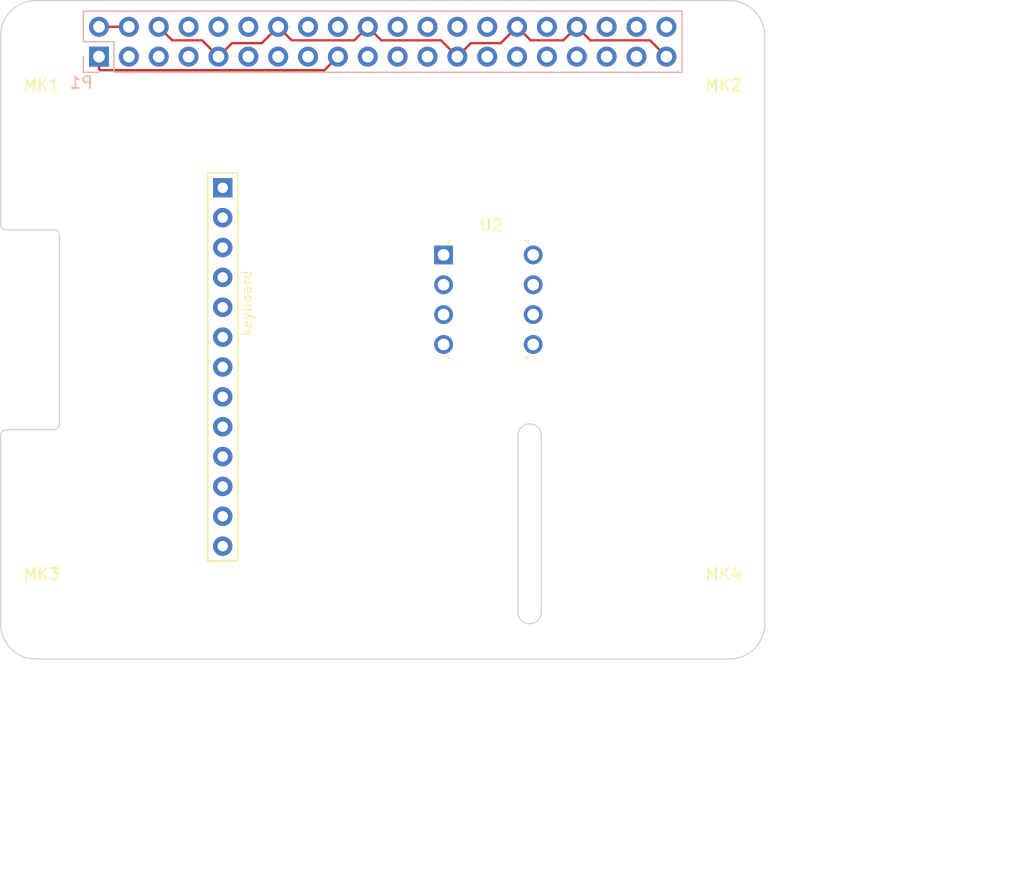
<source format=kicad_pcb>
(kicad_pcb (version 20171130) (host pcbnew 5.0.0-rc2-unknown-6090f90~65~ubuntu16.04.1)

  (general
    (thickness 1.6)
    (drawings 39)
    (tracks 35)
    (zones 0)
    (modules 7)
    (nets 48)
  )

  (page A3)
  (title_block
    (date "15 nov 2012")
  )

  (layers
    (0 F.Cu signal)
    (31 B.Cu signal)
    (32 B.Adhes user)
    (33 F.Adhes user)
    (34 B.Paste user)
    (35 F.Paste user)
    (36 B.SilkS user)
    (37 F.SilkS user)
    (38 B.Mask user)
    (39 F.Mask user)
    (40 Dwgs.User user)
    (41 Cmts.User user)
    (42 Eco1.User user)
    (43 Eco2.User user)
    (44 Edge.Cuts user)
  )

  (setup
    (last_trace_width 0.2)
    (trace_clearance 0.2)
    (zone_clearance 0.508)
    (zone_45_only no)
    (trace_min 0.1524)
    (segment_width 0.1)
    (edge_width 0.1)
    (via_size 0.9)
    (via_drill 0.6)
    (via_min_size 0.8)
    (via_min_drill 0.5)
    (uvia_size 0.5)
    (uvia_drill 0.1)
    (uvias_allowed no)
    (uvia_min_size 0.5)
    (uvia_min_drill 0.1)
    (pcb_text_width 0.3)
    (pcb_text_size 1 1)
    (mod_edge_width 0.15)
    (mod_text_size 1 1)
    (mod_text_width 0.15)
    (pad_size 2.5 2.5)
    (pad_drill 2.5)
    (pad_to_mask_clearance 0)
    (aux_axis_origin 200 150)
    (grid_origin 200 150)
    (visible_elements 7FFFFFFF)
    (pcbplotparams
      (layerselection 0x00030_80000001)
      (usegerberextensions true)
      (usegerberattributes false)
      (usegerberadvancedattributes false)
      (creategerberjobfile false)
      (excludeedgelayer true)
      (linewidth 0.150000)
      (plotframeref false)
      (viasonmask false)
      (mode 1)
      (useauxorigin false)
      (hpglpennumber 1)
      (hpglpenspeed 20)
      (hpglpendiameter 15)
      (psnegative false)
      (psa4output false)
      (plotreference true)
      (plotvalue true)
      (plotinvisibletext false)
      (padsonsilk false)
      (subtractmaskfromsilk false)
      (outputformat 1)
      (mirror false)
      (drillshape 1)
      (scaleselection 1)
      (outputdirectory ""))
  )

  (net 0 "")
  (net 1 +3V3)
  (net 2 +5V)
  (net 3 GND)
  (net 4 /ID_SD)
  (net 5 /ID_SC)
  (net 6 /GPIO5)
  (net 7 /GPIO6)
  (net 8 /GPIO26)
  (net 9 "/GPIO2(SDA1)")
  (net 10 "/GPIO3(SCL1)")
  (net 11 "/GPIO4(GCLK)")
  (net 12 "/GPIO14(TXD0)")
  (net 13 "/GPIO15(RXD0)")
  (net 14 "/GPIO17(GEN0)")
  (net 15 "/GPIO27(GEN2)")
  (net 16 "/GPIO22(GEN3)")
  (net 17 "/GPIO23(GEN4)")
  (net 18 "/GPIO24(GEN5)")
  (net 19 "/GPIO25(GEN6)")
  (net 20 "/GPIO18(GEN1)(PWM0)")
  (net 21 "/GPIO10(SPI0_MOSI)")
  (net 22 "/GPIO9(SPI0_MISO)")
  (net 23 "/GPIO11(SPI0_SCK)")
  (net 24 "/GPIO8(SPI0_CE_N)")
  (net 25 "/GPIO7(SPI1_CE_N)")
  (net 26 "/GPIO12(PWM0)")
  (net 27 "/GPIO13(PWM1)")
  (net 28 "/GPIO19(SPI1_MISO)")
  (net 29 /GPIO16)
  (net 30 "/GPIO20(SPI1_MOSI)")
  (net 31 "/GPIO21(SPI1_SCK)")
  (net 32 "Net-(U1-Pad1)")
  (net 33 "Net-(U1-Pad2)")
  (net 34 "Net-(U1-Pad3)")
  (net 35 "Net-(U1-Pad4)")
  (net 36 "Net-(U1-Pad5)")
  (net 37 "Net-(U1-Pad6)")
  (net 38 "Net-(U1-Pad7)")
  (net 39 "Net-(U1-Pad8)")
  (net 40 "Net-(U1-Pad9)")
  (net 41 "Net-(U1-Pad10)")
  (net 42 "Net-(U1-Pad11)")
  (net 43 "Net-(U1-Pad12)")
  (net 44 "Net-(U2-Pad5)")
  (net 45 "Net-(U2-Pad6)")
  (net 46 "Net-(U2-Pad7)")
  (net 47 "Net-(U2-Pad8)")

  (net_class Default "This is the default net class."
    (clearance 0.2)
    (trace_width 0.2)
    (via_dia 0.9)
    (via_drill 0.6)
    (uvia_dia 0.5)
    (uvia_drill 0.1)
    (add_net +3V3)
    (add_net +5V)
    (add_net "/GPIO10(SPI0_MOSI)")
    (add_net "/GPIO11(SPI0_SCK)")
    (add_net "/GPIO12(PWM0)")
    (add_net "/GPIO13(PWM1)")
    (add_net "/GPIO14(TXD0)")
    (add_net "/GPIO15(RXD0)")
    (add_net /GPIO16)
    (add_net "/GPIO17(GEN0)")
    (add_net "/GPIO18(GEN1)(PWM0)")
    (add_net "/GPIO19(SPI1_MISO)")
    (add_net "/GPIO2(SDA1)")
    (add_net "/GPIO20(SPI1_MOSI)")
    (add_net "/GPIO21(SPI1_SCK)")
    (add_net "/GPIO22(GEN3)")
    (add_net "/GPIO23(GEN4)")
    (add_net "/GPIO24(GEN5)")
    (add_net "/GPIO25(GEN6)")
    (add_net /GPIO26)
    (add_net "/GPIO27(GEN2)")
    (add_net "/GPIO3(SCL1)")
    (add_net "/GPIO4(GCLK)")
    (add_net /GPIO5)
    (add_net /GPIO6)
    (add_net "/GPIO7(SPI1_CE_N)")
    (add_net "/GPIO8(SPI0_CE_N)")
    (add_net "/GPIO9(SPI0_MISO)")
    (add_net /ID_SC)
    (add_net /ID_SD)
    (add_net GND)
    (add_net "Net-(U1-Pad1)")
    (add_net "Net-(U1-Pad10)")
    (add_net "Net-(U1-Pad11)")
    (add_net "Net-(U1-Pad12)")
    (add_net "Net-(U1-Pad2)")
    (add_net "Net-(U1-Pad3)")
    (add_net "Net-(U1-Pad4)")
    (add_net "Net-(U1-Pad5)")
    (add_net "Net-(U1-Pad6)")
    (add_net "Net-(U1-Pad7)")
    (add_net "Net-(U1-Pad8)")
    (add_net "Net-(U1-Pad9)")
    (add_net "Net-(U2-Pad5)")
    (add_net "Net-(U2-Pad6)")
    (add_net "Net-(U2-Pad7)")
    (add_net "Net-(U2-Pad8)")
  )

  (net_class Power ""
    (clearance 0.2)
    (trace_width 0.5)
    (via_dia 1)
    (via_drill 0.7)
    (uvia_dia 0.5)
    (uvia_drill 0.1)
  )

  (module Connector_PinSocket_2.54mm:PinSocket_2x20_P2.54mm_Vertical (layer B.Cu) (tedit 5A19A433) (tstamp 5A793E9F)
    (at 208.37 98.77 270)
    (descr "Through hole straight socket strip, 2x20, 2.54mm pitch, double cols (from Kicad 4.0.7), script generated")
    (tags "Through hole socket strip THT 2x20 2.54mm double row")
    (path /59AD464A)
    (fp_text reference P1 (at 2.208 1.512) (layer B.SilkS)
      (effects (font (size 1 1) (thickness 0.15)) (justify mirror))
    )
    (fp_text value Conn_02x20_Odd_Even (at -1.27 -51.03 270) (layer B.Fab)
      (effects (font (size 1 1) (thickness 0.15)) (justify mirror))
    )
    (fp_line (start -3.81 1.27) (end 0.27 1.27) (layer B.Fab) (width 0.1))
    (fp_line (start 0.27 1.27) (end 1.27 0.27) (layer B.Fab) (width 0.1))
    (fp_line (start 1.27 0.27) (end 1.27 -49.53) (layer B.Fab) (width 0.1))
    (fp_line (start 1.27 -49.53) (end -3.81 -49.53) (layer B.Fab) (width 0.1))
    (fp_line (start -3.81 -49.53) (end -3.81 1.27) (layer B.Fab) (width 0.1))
    (fp_line (start -3.87 1.33) (end -1.27 1.33) (layer B.SilkS) (width 0.12))
    (fp_line (start -3.87 1.33) (end -3.87 -49.59) (layer B.SilkS) (width 0.12))
    (fp_line (start -3.87 -49.59) (end 1.33 -49.59) (layer B.SilkS) (width 0.12))
    (fp_line (start 1.33 -1.27) (end 1.33 -49.59) (layer B.SilkS) (width 0.12))
    (fp_line (start -1.27 -1.27) (end 1.33 -1.27) (layer B.SilkS) (width 0.12))
    (fp_line (start -1.27 1.33) (end -1.27 -1.27) (layer B.SilkS) (width 0.12))
    (fp_line (start 1.33 1.33) (end 1.33 0) (layer B.SilkS) (width 0.12))
    (fp_line (start 0 1.33) (end 1.33 1.33) (layer B.SilkS) (width 0.12))
    (fp_line (start -4.34 1.8) (end 1.76 1.8) (layer B.CrtYd) (width 0.05))
    (fp_line (start 1.76 1.8) (end 1.76 -50) (layer B.CrtYd) (width 0.05))
    (fp_line (start 1.76 -50) (end -4.34 -50) (layer B.CrtYd) (width 0.05))
    (fp_line (start -4.34 -50) (end -4.34 1.8) (layer B.CrtYd) (width 0.05))
    (fp_text user %R (at -1.27 -24.13 180) (layer B.Fab)
      (effects (font (size 1 1) (thickness 0.15)) (justify mirror))
    )
    (pad 1 thru_hole rect (at 0 0 270) (size 1.7 1.7) (drill 1) (layers *.Cu *.Mask)
      (net 1 +3V3))
    (pad 2 thru_hole oval (at -2.54 0 270) (size 1.7 1.7) (drill 1) (layers *.Cu *.Mask)
      (net 2 +5V))
    (pad 3 thru_hole oval (at 0 -2.54 270) (size 1.7 1.7) (drill 1) (layers *.Cu *.Mask)
      (net 9 "/GPIO2(SDA1)"))
    (pad 4 thru_hole oval (at -2.54 -2.54 270) (size 1.7 1.7) (drill 1) (layers *.Cu *.Mask)
      (net 2 +5V))
    (pad 5 thru_hole oval (at 0 -5.08 270) (size 1.7 1.7) (drill 1) (layers *.Cu *.Mask)
      (net 10 "/GPIO3(SCL1)"))
    (pad 6 thru_hole oval (at -2.54 -5.08 270) (size 1.7 1.7) (drill 1) (layers *.Cu *.Mask)
      (net 3 GND))
    (pad 7 thru_hole oval (at 0 -7.62 270) (size 1.7 1.7) (drill 1) (layers *.Cu *.Mask)
      (net 11 "/GPIO4(GCLK)"))
    (pad 8 thru_hole oval (at -2.54 -7.62 270) (size 1.7 1.7) (drill 1) (layers *.Cu *.Mask)
      (net 12 "/GPIO14(TXD0)"))
    (pad 9 thru_hole oval (at 0 -10.16 270) (size 1.7 1.7) (drill 1) (layers *.Cu *.Mask)
      (net 3 GND))
    (pad 10 thru_hole oval (at -2.54 -10.16 270) (size 1.7 1.7) (drill 1) (layers *.Cu *.Mask)
      (net 13 "/GPIO15(RXD0)"))
    (pad 11 thru_hole oval (at 0 -12.7 270) (size 1.7 1.7) (drill 1) (layers *.Cu *.Mask)
      (net 14 "/GPIO17(GEN0)"))
    (pad 12 thru_hole oval (at -2.54 -12.7 270) (size 1.7 1.7) (drill 1) (layers *.Cu *.Mask)
      (net 20 "/GPIO18(GEN1)(PWM0)"))
    (pad 13 thru_hole oval (at 0 -15.24 270) (size 1.7 1.7) (drill 1) (layers *.Cu *.Mask)
      (net 15 "/GPIO27(GEN2)"))
    (pad 14 thru_hole oval (at -2.54 -15.24 270) (size 1.7 1.7) (drill 1) (layers *.Cu *.Mask)
      (net 3 GND))
    (pad 15 thru_hole oval (at 0 -17.78 270) (size 1.7 1.7) (drill 1) (layers *.Cu *.Mask)
      (net 16 "/GPIO22(GEN3)"))
    (pad 16 thru_hole oval (at -2.54 -17.78 270) (size 1.7 1.7) (drill 1) (layers *.Cu *.Mask)
      (net 17 "/GPIO23(GEN4)"))
    (pad 17 thru_hole oval (at 0 -20.32 270) (size 1.7 1.7) (drill 1) (layers *.Cu *.Mask)
      (net 1 +3V3))
    (pad 18 thru_hole oval (at -2.54 -20.32 270) (size 1.7 1.7) (drill 1) (layers *.Cu *.Mask)
      (net 18 "/GPIO24(GEN5)"))
    (pad 19 thru_hole oval (at 0 -22.86 270) (size 1.7 1.7) (drill 1) (layers *.Cu *.Mask)
      (net 21 "/GPIO10(SPI0_MOSI)"))
    (pad 20 thru_hole oval (at -2.54 -22.86 270) (size 1.7 1.7) (drill 1) (layers *.Cu *.Mask)
      (net 3 GND))
    (pad 21 thru_hole oval (at 0 -25.4 270) (size 1.7 1.7) (drill 1) (layers *.Cu *.Mask)
      (net 22 "/GPIO9(SPI0_MISO)"))
    (pad 22 thru_hole oval (at -2.54 -25.4 270) (size 1.7 1.7) (drill 1) (layers *.Cu *.Mask)
      (net 19 "/GPIO25(GEN6)"))
    (pad 23 thru_hole oval (at 0 -27.94 270) (size 1.7 1.7) (drill 1) (layers *.Cu *.Mask)
      (net 23 "/GPIO11(SPI0_SCK)"))
    (pad 24 thru_hole oval (at -2.54 -27.94 270) (size 1.7 1.7) (drill 1) (layers *.Cu *.Mask)
      (net 24 "/GPIO8(SPI0_CE_N)"))
    (pad 25 thru_hole oval (at 0 -30.48 270) (size 1.7 1.7) (drill 1) (layers *.Cu *.Mask)
      (net 3 GND))
    (pad 26 thru_hole oval (at -2.54 -30.48 270) (size 1.7 1.7) (drill 1) (layers *.Cu *.Mask)
      (net 25 "/GPIO7(SPI1_CE_N)"))
    (pad 27 thru_hole oval (at 0 -33.02 270) (size 1.7 1.7) (drill 1) (layers *.Cu *.Mask)
      (net 4 /ID_SD))
    (pad 28 thru_hole oval (at -2.54 -33.02 270) (size 1.7 1.7) (drill 1) (layers *.Cu *.Mask)
      (net 5 /ID_SC))
    (pad 29 thru_hole oval (at 0 -35.56 270) (size 1.7 1.7) (drill 1) (layers *.Cu *.Mask)
      (net 6 /GPIO5))
    (pad 30 thru_hole oval (at -2.54 -35.56 270) (size 1.7 1.7) (drill 1) (layers *.Cu *.Mask)
      (net 3 GND))
    (pad 31 thru_hole oval (at 0 -38.1 270) (size 1.7 1.7) (drill 1) (layers *.Cu *.Mask)
      (net 7 /GPIO6))
    (pad 32 thru_hole oval (at -2.54 -38.1 270) (size 1.7 1.7) (drill 1) (layers *.Cu *.Mask)
      (net 26 "/GPIO12(PWM0)"))
    (pad 33 thru_hole oval (at 0 -40.64 270) (size 1.7 1.7) (drill 1) (layers *.Cu *.Mask)
      (net 27 "/GPIO13(PWM1)"))
    (pad 34 thru_hole oval (at -2.54 -40.64 270) (size 1.7 1.7) (drill 1) (layers *.Cu *.Mask)
      (net 3 GND))
    (pad 35 thru_hole oval (at 0 -43.18 270) (size 1.7 1.7) (drill 1) (layers *.Cu *.Mask)
      (net 28 "/GPIO19(SPI1_MISO)"))
    (pad 36 thru_hole oval (at -2.54 -43.18 270) (size 1.7 1.7) (drill 1) (layers *.Cu *.Mask)
      (net 29 /GPIO16))
    (pad 37 thru_hole oval (at 0 -45.72 270) (size 1.7 1.7) (drill 1) (layers *.Cu *.Mask)
      (net 8 /GPIO26))
    (pad 38 thru_hole oval (at -2.54 -45.72 270) (size 1.7 1.7) (drill 1) (layers *.Cu *.Mask)
      (net 30 "/GPIO20(SPI1_MOSI)"))
    (pad 39 thru_hole oval (at 0 -48.26 270) (size 1.7 1.7) (drill 1) (layers *.Cu *.Mask)
      (net 3 GND))
    (pad 40 thru_hole oval (at -2.54 -48.26 270) (size 1.7 1.7) (drill 1) (layers *.Cu *.Mask)
      (net 31 "/GPIO21(SPI1_SCK)"))
    (model ${KISYS3DMOD}/Connector_PinSocket_2.54mm.3dshapes/PinSocket_2x20_P2.54mm_Vertical.wrl
      (at (xyz 0 0 0))
      (scale (xyz 1 1 1))
      (rotate (xyz 0 0 0))
    )
  )

  (module MountingHole:MountingHole_2.7mm_M2.5 (layer F.Cu) (tedit 56D1B4CB) (tstamp 5A793E98)
    (at 261.5 146.5)
    (descr "Mounting Hole 2.7mm, no annular, M2.5")
    (tags "mounting hole 2.7mm no annular m2.5")
    (path /5834FC4F)
    (attr virtual)
    (fp_text reference MK4 (at 0 -3.7) (layer F.SilkS)
      (effects (font (size 1 1) (thickness 0.15)))
    )
    (fp_text value M2.5 (at 0 3.7) (layer F.Fab)
      (effects (font (size 1 1) (thickness 0.15)))
    )
    (fp_circle (center 0 0) (end 2.95 0) (layer F.CrtYd) (width 0.05))
    (fp_circle (center 0 0) (end 2.7 0) (layer Cmts.User) (width 0.15))
    (fp_text user %R (at 0.3 0) (layer F.Fab)
      (effects (font (size 1 1) (thickness 0.15)))
    )
    (pad 1 np_thru_hole circle (at 0 0) (size 2.7 2.7) (drill 2.7) (layers *.Cu *.Mask))
  )

  (module MountingHole:MountingHole_2.7mm_M2.5 (layer F.Cu) (tedit 56D1B4CB) (tstamp 5A793E91)
    (at 203.5 146.5)
    (descr "Mounting Hole 2.7mm, no annular, M2.5")
    (tags "mounting hole 2.7mm no annular m2.5")
    (path /5834FBEF)
    (attr virtual)
    (fp_text reference MK3 (at 0 -3.7) (layer F.SilkS)
      (effects (font (size 1 1) (thickness 0.15)))
    )
    (fp_text value M2.5 (at 0 3.7) (layer F.Fab)
      (effects (font (size 1 1) (thickness 0.15)))
    )
    (fp_text user %R (at 0.3 0) (layer F.Fab)
      (effects (font (size 1 1) (thickness 0.15)))
    )
    (fp_circle (center 0 0) (end 2.7 0) (layer Cmts.User) (width 0.15))
    (fp_circle (center 0 0) (end 2.95 0) (layer F.CrtYd) (width 0.05))
    (pad 1 np_thru_hole circle (at 0 0) (size 2.7 2.7) (drill 2.7) (layers *.Cu *.Mask))
  )

  (module MountingHole:MountingHole_2.7mm_M2.5 (layer F.Cu) (tedit 56D1B4CB) (tstamp 5A793E8A)
    (at 261.5 97.5 180)
    (descr "Mounting Hole 2.7mm, no annular, M2.5")
    (tags "mounting hole 2.7mm no annular m2.5")
    (path /5834FC19)
    (attr virtual)
    (fp_text reference MK2 (at 0 -3.7 180) (layer F.SilkS)
      (effects (font (size 1 1) (thickness 0.15)))
    )
    (fp_text value M2.5 (at 0 3.7 180) (layer F.Fab)
      (effects (font (size 1 1) (thickness 0.15)))
    )
    (fp_circle (center 0 0) (end 2.95 0) (layer F.CrtYd) (width 0.05))
    (fp_circle (center 0 0) (end 2.7 0) (layer Cmts.User) (width 0.15))
    (fp_text user %R (at 0.3 0 180) (layer F.Fab)
      (effects (font (size 1 1) (thickness 0.15)))
    )
    (pad 1 np_thru_hole circle (at 0 0 180) (size 2.7 2.7) (drill 2.7) (layers *.Cu *.Mask))
  )

  (module MountingHole:MountingHole_2.7mm_M2.5 (layer F.Cu) (tedit 56D1B4CB) (tstamp 5A793E83)
    (at 203.5 97.5 180)
    (descr "Mounting Hole 2.7mm, no annular, M2.5")
    (tags "mounting hole 2.7mm no annular m2.5")
    (path /5834FB2E)
    (attr virtual)
    (fp_text reference MK1 (at 0 -3.7 180) (layer F.SilkS)
      (effects (font (size 1 1) (thickness 0.15)))
    )
    (fp_text value M2.5 (at 0 3.7 180) (layer F.Fab)
      (effects (font (size 1 1) (thickness 0.15)))
    )
    (fp_text user %R (at 0.3 0 180) (layer F.Fab)
      (effects (font (size 1 1) (thickness 0.15)))
    )
    (fp_circle (center 0 0) (end 2.7 0) (layer Cmts.User) (width 0.15))
    (fp_circle (center 0 0) (end 2.95 0) (layer F.CrtYd) (width 0.05))
    (pad 1 np_thru_hole circle (at 0 0 180) (size 2.7 2.7) (drill 2.7) (layers *.Cu *.Mask))
  )

  (module Seeed-OPL-Connector:H13-2.54 (layer F.Cu) (tedit 0) (tstamp 5B0BD533)
    (at 218.893501 125.163501)
    (path /5B0830E9)
    (fp_text reference U1 (at 0.635 -6.35 90) (layer F.Mask)
      (effects (font (size 1.2065 1.2065) (thickness 0.127)) (justify left bottom))
    )
    (fp_text value keyboard (at 2.54 -2.54 90) (layer F.SilkS)
      (effects (font (size 0.84455 0.84455) (thickness 0.09779)) (justify left bottom))
    )
    (fp_line (start -1.27 -16.51) (end 1.27 -16.51) (layer F.SilkS) (width 0.127))
    (fp_line (start 1.27 -16.51) (end 1.27 16.51) (layer F.SilkS) (width 0.127))
    (fp_line (start 1.27 16.51) (end -1.27 16.51) (layer F.SilkS) (width 0.127))
    (fp_line (start -1.27 16.51) (end -1.27 -16.51) (layer F.SilkS) (width 0.127))
    (fp_line (start -1.27 -16.51) (end 1.27 -16.51) (layer Dwgs.User) (width 0))
    (fp_line (start 1.27 -16.51) (end 1.27 16.51) (layer Dwgs.User) (width 0))
    (fp_line (start 1.27 16.51) (end -1.27 16.51) (layer Dwgs.User) (width 0))
    (fp_line (start -1.27 16.51) (end -1.27 -16.51) (layer Dwgs.User) (width 0))
    (fp_poly (pts (xy -1.27 16.51) (xy 1.27 16.51) (xy 1.27 -16.51) (xy -1.27 -16.51)) (layer Dwgs.User) (width 0))
    (pad 1 thru_hole rect (at 0 -15.24) (size 1.651 1.651) (drill 0.889) (layers *.Cu *.Mask)
      (net 32 "Net-(U1-Pad1)") (solder_mask_margin 0.1016))
    (pad 2 thru_hole circle (at 0 -12.7) (size 1.651 1.651) (drill 0.889) (layers *.Cu *.Mask)
      (net 33 "Net-(U1-Pad2)") (solder_mask_margin 0.1016))
    (pad 3 thru_hole circle (at 0 -10.16) (size 1.651 1.651) (drill 0.889) (layers *.Cu *.Mask)
      (net 34 "Net-(U1-Pad3)") (solder_mask_margin 0.1016))
    (pad 4 thru_hole circle (at 0 -7.62) (size 1.651 1.651) (drill 0.889) (layers *.Cu *.Mask)
      (net 35 "Net-(U1-Pad4)") (solder_mask_margin 0.1016))
    (pad 5 thru_hole circle (at 0 -5.08) (size 1.651 1.651) (drill 0.889) (layers *.Cu *.Mask)
      (net 36 "Net-(U1-Pad5)") (solder_mask_margin 0.1016))
    (pad 6 thru_hole circle (at 0 -2.54) (size 1.651 1.651) (drill 0.889) (layers *.Cu *.Mask)
      (net 37 "Net-(U1-Pad6)") (solder_mask_margin 0.1016))
    (pad 7 thru_hole circle (at 0 0) (size 1.651 1.651) (drill 0.889) (layers *.Cu *.Mask)
      (net 38 "Net-(U1-Pad7)") (solder_mask_margin 0.1016))
    (pad 8 thru_hole circle (at 0 2.54) (size 1.651 1.651) (drill 0.889) (layers *.Cu *.Mask)
      (net 39 "Net-(U1-Pad8)") (solder_mask_margin 0.1016))
    (pad 9 thru_hole circle (at 0 5.08) (size 1.651 1.651) (drill 0.889) (layers *.Cu *.Mask)
      (net 40 "Net-(U1-Pad9)") (solder_mask_margin 0.1016))
    (pad 10 thru_hole circle (at 0 7.62) (size 1.651 1.651) (drill 0.889) (layers *.Cu *.Mask)
      (net 41 "Net-(U1-Pad10)") (solder_mask_margin 0.1016))
    (pad 11 thru_hole circle (at 0 10.16) (size 1.651 1.651) (drill 0.889) (layers *.Cu *.Mask)
      (net 42 "Net-(U1-Pad11)") (solder_mask_margin 0.1016))
    (pad 12 thru_hole circle (at 0 12.7) (size 1.651 1.651) (drill 0.889) (layers *.Cu *.Mask)
      (net 43 "Net-(U1-Pad12)") (solder_mask_margin 0.1016))
    (pad 13 thru_hole circle (at 0 15.24) (size 1.651 1.651) (drill 0.889) (layers *.Cu *.Mask)
      (net 3 GND) (solder_mask_margin 0.1016))
  )

  (module digikey-footprints:8-DIP (layer F.Cu) (tedit 59930689) (tstamp 5B0BD550)
    (at 237.68 115.63)
    (descr http://media.digikey.com/pdf/Data%20Sheets/Lite-On%20PDFs/6N137%20Series.pdf)
    (path /5B083007)
    (fp_text reference U2 (at 4.05 -2.52) (layer F.SilkS)
      (effects (font (size 1 1) (thickness 0.15)))
    )
    (fp_text value audio (at 3.94 10.33) (layer F.Fab)
      (effects (font (size 1 1) (thickness 0.15)))
    )
    (fp_line (start -1.05 8.89) (end 8.67 8.89) (layer F.CrtYd) (width 0.1))
    (fp_line (start -1.05 -1.29) (end -1.05 8.89) (layer F.CrtYd) (width 0.1))
    (fp_line (start 8.67 -1.29) (end 8.67 8.89) (layer F.CrtYd) (width 0.1))
    (fp_line (start -1.05 -1.29) (end 8.67 -1.29) (layer F.CrtYd) (width 0.1))
    (fp_line (start 0.4 -0.9) (end 0.4 -1.2) (layer F.SilkS) (width 0.1))
    (fp_line (start 0.4 -1.2) (end 0.7 -1.2) (layer F.SilkS) (width 0.1))
    (fp_line (start 7.2 -0.9) (end 7.2 -1.2) (layer F.SilkS) (width 0.1))
    (fp_line (start 7.2 -1.2) (end 6.9 -1.2) (layer F.SilkS) (width 0.1))
    (fp_line (start 7.2 8.5) (end 7.2 8.8) (layer F.SilkS) (width 0.1))
    (fp_line (start 7.2 8.8) (end 6.9 8.8) (layer F.SilkS) (width 0.1))
    (fp_line (start 0.4 8.5) (end 0.4 8.8) (layer F.SilkS) (width 0.1))
    (fp_line (start 0.4 8.8) (end 0.7 8.8) (layer F.SilkS) (width 0.1))
    (fp_line (start 0.55 8.64) (end 7.05 8.64) (layer F.Fab) (width 0.1))
    (fp_line (start 0.55 -1.04) (end 7.05 -1.04) (layer F.Fab) (width 0.1))
    (fp_line (start 7.05 -1.04) (end 7.05 8.64) (layer F.Fab) (width 0.1))
    (fp_line (start 0.55 -1.04) (end 0.55 8.64) (layer F.Fab) (width 0.1))
    (fp_text user REF** (at 3.94 3.49) (layer F.Fab)
      (effects (font (size 1 1) (thickness 0.1)))
    )
    (pad 1 thru_hole rect (at 0 0) (size 1.6 1.6) (drill 1) (layers *.Cu *.Mask)
      (net 27 "/GPIO13(PWM1)"))
    (pad 2 thru_hole circle (at 0 2.54) (size 1.6 1.6) (drill 1) (layers *.Cu *.Mask)
      (net 2 +5V))
    (pad 3 thru_hole circle (at 0 5.08) (size 1.6 1.6) (drill 1) (layers *.Cu *.Mask)
      (net 3 GND))
    (pad 4 thru_hole circle (at 0 7.62) (size 1.6 1.6) (drill 1) (layers *.Cu *.Mask)
      (net 20 "/GPIO18(GEN1)(PWM0)"))
    (pad 5 thru_hole circle (at 7.62 7.62) (size 1.6 1.6) (drill 1) (layers *.Cu *.Mask)
      (net 44 "Net-(U2-Pad5)"))
    (pad 6 thru_hole circle (at 7.62 5.08) (size 1.6 1.6) (drill 1) (layers *.Cu *.Mask)
      (net 45 "Net-(U2-Pad6)"))
    (pad 7 thru_hole circle (at 7.62 2.54) (size 1.6 1.6) (drill 1) (layers *.Cu *.Mask)
      (net 46 "Net-(U2-Pad7)"))
    (pad 8 thru_hole circle (at 7.62 0) (size 1.6 1.6) (drill 1) (layers *.Cu *.Mask)
      (net 47 "Net-(U2-Pad8)"))
  )

  (gr_line (start 244 146) (end 244 131) (layer Edge.Cuts) (width 0.1))
  (gr_line (start 246 131) (end 246 146) (layer Edge.Cuts) (width 0.1))
  (gr_arc (start 245 131) (end 244 131) (angle 180) (layer Edge.Cuts) (width 0.1))
  (gr_arc (start 245 146) (end 246 146) (angle 180) (layer Edge.Cuts) (width 0.1))
  (gr_arc (start 200.5 131) (end 200 131) (angle 89.9) (layer Edge.Cuts) (width 0.1))
  (gr_arc (start 204.5 130) (end 205 130) (angle 90) (layer Edge.Cuts) (width 0.1))
  (gr_arc (start 200.5 113) (end 200.5 113.5) (angle 90) (layer Edge.Cuts) (width 0.1))
  (gr_arc (start 204.5 114) (end 204.5 113.5) (angle 90) (layer Edge.Cuts) (width 0.1))
  (gr_line (start 200 113) (end 200 131) (layer Dwgs.User) (width 0.1))
  (gr_line (start 200 97) (end 200 113) (layer Edge.Cuts) (width 0.1))
  (gr_text DISPLAY (at 202.5 122 90) (layer Dwgs.User) (tstamp 580CBBFF)
    (effects (font (size 1 1) (thickness 0.15)))
  )
  (gr_text CAMERA (at 245 139 90) (layer Dwgs.User)
    (effects (font (size 1 1) (thickness 0.15)))
  )
  (gr_text RJ45 (at 276.2 139.84) (layer Dwgs.User) (tstamp 580CBBEB)
    (effects (font (size 2 2) (thickness 0.15)))
  )
  (gr_text USB (at 277.724 121.552) (layer Dwgs.User) (tstamp 580CBBE9)
    (effects (font (size 2 2) (thickness 0.15)))
  )
  (gr_text USB (at 278.232 102.248) (layer Dwgs.User)
    (effects (font (size 2 2) (thickness 0.15)))
  )
  (gr_arc (start 262 97) (end 262 94) (angle 90) (layer Edge.Cuts) (width 0.1))
  (gr_arc (start 262 147) (end 265 147) (angle 90) (layer Edge.Cuts) (width 0.1))
  (gr_arc (start 203 147) (end 203 150) (angle 90) (layer Edge.Cuts) (width 0.1))
  (gr_arc (start 203 97) (end 200 97) (angle 90) (layer Edge.Cuts) (width 0.1))
  (gr_line (start 269.9 114.45) (end 287 114.45) (layer Dwgs.User) (width 0.1))
  (gr_line (start 262 94) (end 203 94) (layer Edge.Cuts) (width 0.1))
  (gr_line (start 269.9 127.55) (end 269.9 114.45) (layer Dwgs.User) (width 0.1))
  (gr_line (start 287 127.55) (end 269.9 127.55) (layer Dwgs.User) (width 0.1))
  (gr_line (start 287 114.45) (end 287 127.55) (layer Dwgs.User) (width 0.1))
  (gr_line (start 204.5 130.5) (end 200.5 130.5) (layer Edge.Cuts) (width 0.1))
  (gr_line (start 205 114) (end 205 130) (layer Edge.Cuts) (width 0.1))
  (gr_line (start 200.5 113.5) (end 204.5 113.5) (layer Edge.Cuts) (width 0.1))
  (gr_line (start 266 147.675) (end 266 131.825) (layer Dwgs.User) (width 0.1))
  (gr_line (start 287 147.675) (end 266 147.675) (layer Dwgs.User) (width 0.1))
  (gr_line (start 287 131.825) (end 287 147.675) (layer Dwgs.User) (width 0.1))
  (gr_line (start 266 131.825) (end 287 131.825) (layer Dwgs.User) (width 0.1))
  (gr_line (start 265 147) (end 265 97) (layer Edge.Cuts) (width 0.1))
  (gr_line (start 203 150) (end 262 150) (layer Edge.Cuts) (width 0.1))
  (gr_line (start 200 131) (end 200 147) (layer Edge.Cuts) (width 0.1))
  (gr_line (start 269.9 109.455925) (end 269.9 96.355925) (layer Dwgs.User) (width 0.1))
  (gr_line (start 287 109.455925) (end 269.9 109.455925) (layer Dwgs.User) (width 0.1))
  (gr_line (start 287 96.355925) (end 287 109.455925) (layer Dwgs.User) (width 0.1))
  (gr_line (start 269.9 96.355925) (end 287 96.355925) (layer Dwgs.User) (width 0.1))
  (gr_text "RASPBERRY-PI 40-PIN ADDON BOARD\nVIEW FROM TOP\nNOTE: P1 SHOULD BE FITTED ON THE REVERSE OF THE BOARD\n\nADD EDGE CUTS FROM CAMERA AND DISPLAY PORTS AS REQUIRED" (at 200 160.16) (layer Dwgs.User)
    (effects (font (size 2 1.7) (thickness 0.12)) (justify left))
  )

  (segment (start 227.539999 99.920001) (end 227.840001 99.619999) (width 0.2) (layer F.Cu) (net 1))
  (segment (start 227.840001 99.619999) (end 228.69 98.77) (width 0.2) (layer F.Cu) (net 1))
  (segment (start 208.470001 99.920001) (end 227.539999 99.920001) (width 0.2) (layer F.Cu) (net 1))
  (segment (start 208.37 99.82) (end 208.470001 99.920001) (width 0.2) (layer F.Cu) (net 1))
  (segment (start 208.37 98.77) (end 208.37 99.82) (width 0.2) (layer F.Cu) (net 1))
  (segment (start 209.572081 96.23) (end 210.91 96.23) (width 0.2) (layer F.Cu) (net 2))
  (segment (start 208.37 96.23) (end 209.572081 96.23) (width 0.2) (layer F.Cu) (net 2))
  (segment (start 217.680001 97.920001) (end 218.53 98.77) (width 0.2) (layer F.Cu) (net 3))
  (segment (start 217.140001 97.380001) (end 217.680001 97.920001) (width 0.2) (layer F.Cu) (net 3))
  (segment (start 214.600001 97.380001) (end 217.140001 97.380001) (width 0.2) (layer F.Cu) (net 3))
  (segment (start 213.45 96.23) (end 214.600001 97.380001) (width 0.2) (layer F.Cu) (net 3))
  (segment (start 222.220001 97.619999) (end 222.760001 97.079999) (width 0.2) (layer F.Cu) (net 3))
  (segment (start 222.760001 97.079999) (end 223.61 96.23) (width 0.2) (layer F.Cu) (net 3))
  (segment (start 219.680001 97.619999) (end 222.220001 97.619999) (width 0.2) (layer F.Cu) (net 3))
  (segment (start 218.53 98.77) (end 219.680001 97.619999) (width 0.2) (layer F.Cu) (net 3))
  (segment (start 230.380001 97.079999) (end 231.23 96.23) (width 0.2) (layer F.Cu) (net 3))
  (segment (start 230.079999 97.380001) (end 230.380001 97.079999) (width 0.2) (layer F.Cu) (net 3))
  (segment (start 224.760001 97.380001) (end 230.079999 97.380001) (width 0.2) (layer F.Cu) (net 3))
  (segment (start 223.61 96.23) (end 224.760001 97.380001) (width 0.2) (layer F.Cu) (net 3))
  (segment (start 238.000001 97.920001) (end 238.85 98.77) (width 0.2) (layer F.Cu) (net 3))
  (segment (start 237.460001 97.380001) (end 238.000001 97.920001) (width 0.2) (layer F.Cu) (net 3))
  (segment (start 232.380001 97.380001) (end 237.460001 97.380001) (width 0.2) (layer F.Cu) (net 3))
  (segment (start 231.23 96.23) (end 232.380001 97.380001) (width 0.2) (layer F.Cu) (net 3))
  (segment (start 243.080001 97.079999) (end 243.93 96.23) (width 0.2) (layer F.Cu) (net 3))
  (segment (start 242.540001 97.619999) (end 243.080001 97.079999) (width 0.2) (layer F.Cu) (net 3))
  (segment (start 240.000001 97.619999) (end 242.540001 97.619999) (width 0.2) (layer F.Cu) (net 3))
  (segment (start 238.85 98.77) (end 240.000001 97.619999) (width 0.2) (layer F.Cu) (net 3))
  (segment (start 248.160001 97.079999) (end 249.01 96.23) (width 0.2) (layer F.Cu) (net 3))
  (segment (start 247.859999 97.380001) (end 248.160001 97.079999) (width 0.2) (layer F.Cu) (net 3))
  (segment (start 245.080001 97.380001) (end 247.859999 97.380001) (width 0.2) (layer F.Cu) (net 3))
  (segment (start 243.93 96.23) (end 245.080001 97.380001) (width 0.2) (layer F.Cu) (net 3))
  (segment (start 255.780001 97.920001) (end 256.63 98.77) (width 0.2) (layer F.Cu) (net 3))
  (segment (start 255.240001 97.380001) (end 255.780001 97.920001) (width 0.2) (layer F.Cu) (net 3))
  (segment (start 250.160001 97.380001) (end 255.240001 97.380001) (width 0.2) (layer F.Cu) (net 3))
  (segment (start 249.01 96.23) (end 250.160001 97.380001) (width 0.2) (layer F.Cu) (net 3))

)

</source>
